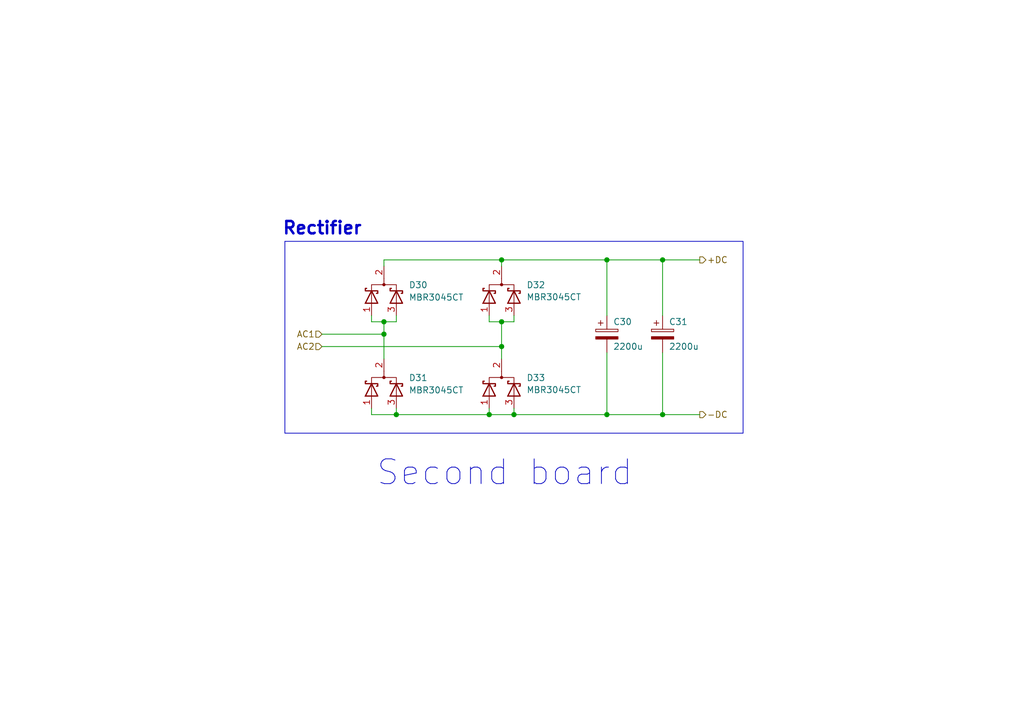
<source format=kicad_sch>
(kicad_sch (version 20231120) (generator "eeschema") (generator_version "8.0")
  (paper "A5")
  (title_block (title "DW3005T-power-board") (date "2024-02-26") (rev "1.0.0") (company "Dominik Workshop"))
  (lib_symbols
    (symbol "D_Schottky_Dual_CommonCathode_AAK_Parallel_1" (pin_names (offset 0.762) hide)
      (property "Reference" "D30" (at 1.2065 -5.08 90))
      (property "Value" "MBR3045CT" (at -1.3335 -5.08 90))
      (symbol "D_Schottky_Dual_CommonCathode_AAK_Parallel_1_0_1"
        (polyline (pts (xy 1.27 0) (xy 2.54 0)))
        (polyline (pts (xy -2.54 -2.54) (xy 1.27 -2.54) (xy 1.27 2.54) (xy -2.54 2.54)))
        (polyline (pts (xy -2.54 -1.27) (xy 0 -2.54) (xy -2.54 -3.81) (xy -2.54 -1.27) (xy -2.54 -1.27) (xy -2.54 -1.27)) (stroke (width 0.254)))
        (polyline (pts (xy -2.54 3.81) (xy 0 2.54) (xy -2.54 1.27) (xy -2.54 3.81) (xy -2.54 3.81) (xy -2.54 3.81)) (stroke (width 0.254)))
        (polyline (pts (xy 0.508 -1.524) (xy 0.508 -1.27) (xy 0 -1.27) (xy 0 -3.81) (xy -0.508 -3.81) (xy -0.508 -3.556)) (stroke (width 0.254)))
        (polyline (pts (xy 0.508 3.556) (xy 0.508 3.81) (xy 0 3.81) (xy 0 1.27) (xy -0.508 1.27) (xy -0.508 1.524)) (stroke (width 0.254)))
        (circle (center 1.27 0) (radius 0.254) (fill (type outline)))
        (pin passive line (at -5.08 2.54 0) (length 2.54) (name "K") (number "1"))
      )
      (symbol "D_Schottky_Dual_CommonCathode_AAK_Parallel_1_1_1"
        (pin passive line (at 5.08 0 180) (length 2.54) (name "A") (number "2"))
        (pin passive line (at -5.08 -2.54 0) (length 2.54) (name "K") (number "3"))
      )
    )
    (symbol "D_Schottky_Dual_CommonCathode_AAK_Parallel_2" (pin_names (offset 0.762) hide)
      (property "Reference" "D32" (at 1.2065 -5.08 90))
      (property "Value" "MBR3045CT" (at -1.27 -5.08 90))
      (symbol "D_Schottky_Dual_CommonCathode_AAK_Parallel_2_0_1"
        (polyline (pts (xy 1.27 0) (xy 2.54 0)))
        (polyline (pts (xy -2.54 -2.54) (xy 1.27 -2.54) (xy 1.27 2.54) (xy -2.54 2.54)))
        (polyline (pts (xy -2.54 -1.27) (xy 0 -2.54) (xy -2.54 -3.81) (xy -2.54 -1.27) (xy -2.54 -1.27) (xy -2.54 -1.27)) (stroke (width 0.254)))
        (polyline (pts (xy -2.54 3.81) (xy 0 2.54) (xy -2.54 1.27) (xy -2.54 3.81) (xy -2.54 3.81) (xy -2.54 3.81)) (stroke (width 0.254)))
        (polyline (pts (xy 0.508 -1.524) (xy 0.508 -1.27) (xy 0 -1.27) (xy 0 -3.81) (xy -0.508 -3.81) (xy -0.508 -3.556)) (stroke (width 0.254)))
        (polyline (pts (xy 0.508 3.556) (xy 0.508 3.81) (xy 0 3.81) (xy 0 1.27) (xy -0.508 1.27) (xy -0.508 1.524)) (stroke (width 0.254)))
        (circle (center 1.27 0) (radius 0.254) (fill (type outline)))
        (pin passive line (at -5.08 2.54 0) (length 2.54) (name "K") (number "1"))
      )
      (symbol "D_Schottky_Dual_CommonCathode_AAK_Parallel_2_1_1"
        (pin passive line (at 5.08 0 180) (length 2.54) (name "A") (number "2"))
        (pin passive line (at -5.08 -2.54 0) (length 2.54) (name "K") (number "3"))
      )
    )
    (symbol "D_Schottky_Dual_CommonCathode_AAK_Parallel_3" (pin_names (offset 0.762) hide)
      (property "Reference" "D31" (at 1.2065 -5.08 90))
      (property "Value" "MBR3045CT" (at -1.3335 -5.08 90))
      (symbol "D_Schottky_Dual_CommonCathode_AAK_Parallel_3_0_1"
        (polyline (pts (xy 1.27 0) (xy 2.54 0)))
        (polyline (pts (xy -2.54 -2.54) (xy 1.27 -2.54) (xy 1.27 2.54) (xy -2.54 2.54)))
        (polyline (pts (xy -2.54 -1.27) (xy 0 -2.54) (xy -2.54 -3.81) (xy -2.54 -1.27) (xy -2.54 -1.27) (xy -2.54 -1.27)) (stroke (width 0.254)))
        (polyline (pts (xy -2.54 3.81) (xy 0 2.54) (xy -2.54 1.27) (xy -2.54 3.81) (xy -2.54 3.81) (xy -2.54 3.81)) (stroke (width 0.254)))
        (polyline (pts (xy 0.508 -1.524) (xy 0.508 -1.27) (xy 0 -1.27) (xy 0 -3.81) (xy -0.508 -3.81) (xy -0.508 -3.556)) (stroke (width 0.254)))
        (polyline (pts (xy 0.508 3.556) (xy 0.508 3.81) (xy 0 3.81) (xy 0 1.27) (xy -0.508 1.27) (xy -0.508 1.524)) (stroke (width 0.254)))
        (circle (center 1.27 0) (radius 0.254) (fill (type outline)))
        (pin passive line (at -5.08 2.54 0) (length 2.54) (name "K") (number "1"))
      )
      (symbol "D_Schottky_Dual_CommonCathode_AAK_Parallel_3_1_1"
        (pin passive line (at 5.08 0 180) (length 2.54) (name "A") (number "2"))
        (pin passive line (at -5.08 -2.54 0) (length 2.54) (name "K") (number "3"))
      )
    )
    (symbol "Device:C_Polarized" (pin_numbers hide) (pin_names (offset 0.254))
      (property "Reference" "C" (at 0.635 2.54 0))
      (property "Value" "C_Polarized" (at 0.635 -2.54 0))
      (symbol "C_Polarized_0_1"
        (rectangle (start -2.286 0.508) (end 2.286 1.016))
        (polyline (pts (xy -1.778 2.286) (xy -0.762 2.286)))
        (polyline (pts (xy -1.27 2.794) (xy -1.27 1.778)))
        (rectangle (start 2.286 -0.508) (end -2.286 -1.016) (fill (type outline)))
      )
      (symbol "C_Polarized_1_1"
        (pin passive line (at 0 3.81 270) (length 2.794) (name "~") (number "1"))
        (pin passive line (at 0 -3.81 90) (length 2.794) (name "~") (number "2"))
      )
    )
    (symbol "Device:D_Schottky_Dual_CommonCathode_AAK_Parallel" (pin_names (offset 0.762) hide)
      (property "Reference" "D33" (at 1.2065 -5.08 90))
      (property "Value" "MBR3045CT" (at -1.27 -5.08 90))
      (symbol "D_Schottky_Dual_CommonCathode_AAK_Parallel_0_1"
        (polyline (pts (xy 1.27 0) (xy 2.54 0)))
        (polyline (pts (xy -2.54 -2.54) (xy 1.27 -2.54) (xy 1.27 2.54) (xy -2.54 2.54)))
        (polyline (pts (xy -2.54 -1.27) (xy 0 -2.54) (xy -2.54 -3.81) (xy -2.54 -1.27) (xy -2.54 -1.27) (xy -2.54 -1.27)) (stroke (width 0.254)))
        (polyline (pts (xy -2.54 3.81) (xy 0 2.54) (xy -2.54 1.27) (xy -2.54 3.81) (xy -2.54 3.81) (xy -2.54 3.81)) (stroke (width 0.254)))
        (polyline (pts (xy 0.508 -1.524) (xy 0.508 -1.27) (xy 0 -1.27) (xy 0 -3.81) (xy -0.508 -3.81) (xy -0.508 -3.556)) (stroke (width 0.254)))
        (polyline (pts (xy 0.508 3.556) (xy 0.508 3.81) (xy 0 3.81) (xy 0 1.27) (xy -0.508 1.27) (xy -0.508 1.524)) (stroke (width 0.254)))
        (circle (center 1.27 0) (radius 0.254) (fill (type outline)))
        (pin passive line (at -5.08 2.54 0) (length 2.54) (name "K") (number "1"))
      )
      (symbol "D_Schottky_Dual_CommonCathode_AAK_Parallel_1_1"
        (pin passive line (at 5.08 0 180) (length 2.54) (name "A") (number "2"))
        (pin passive line (at -5.08 -2.54 0) (length 2.54) (name "K") (number "3"))
      )
    )
  )
  (junction (at 105.41 85.09))
  (junction (at 135.89 85.09))
  (junction (at 135.89 53.34))
  (junction (at 100.33 85.09))
  (junction (at 124.46 85.09))
  (junction (at 78.74 68.58))
  (junction (at 102.87 66.04))
  (junction (at 102.87 71.12))
  (junction (at 102.87 53.34))
  (junction (at 78.74 66.04))
  (junction (at 124.46 53.34))
  (junction (at 81.28 85.09))
  (wire (pts (xy 135.89 53.34) (xy 143.51 53.34)))
  (wire (pts (xy 100.33 83.82) (xy 100.33 85.09)))
  (wire (pts (xy 102.87 66.04) (xy 102.87 71.12)))
  (wire (pts (xy 124.46 53.34) (xy 135.89 53.34)))
  (wire (pts (xy 76.2 66.04) (xy 78.74 66.04)))
  (wire (pts (xy 100.33 66.04) (xy 102.87 66.04)))
  (wire (pts (xy 66.04 68.58) (xy 78.74 68.58)))
  (wire (pts (xy 76.2 85.09) (xy 81.28 85.09)))
  (wire (pts (xy 100.33 85.09) (xy 105.41 85.09)))
  (wire (pts (xy 105.41 64.77) (xy 105.41 66.04)))
  (wire (pts (xy 78.74 66.04) (xy 78.74 68.58)))
  (wire (pts (xy 124.46 85.09) (xy 124.46 72.39)))
  (wire (pts (xy 76.2 83.82) (xy 76.2 85.09)))
  (wire (pts (xy 105.41 83.82) (xy 105.41 85.09)))
  (wire (pts (xy 76.2 64.77) (xy 76.2 66.04)))
  (wire (pts (xy 78.74 53.34) (xy 102.87 53.34)))
  (wire (pts (xy 135.89 85.09) (xy 143.51 85.09)))
  (wire (pts (xy 100.33 64.77) (xy 100.33 66.04)))
  (wire (pts (xy 78.74 54.61) (xy 78.74 53.34)))
  (wire (pts (xy 102.87 53.34) (xy 102.87 54.61)))
  (wire (pts (xy 81.28 64.77) (xy 81.28 66.04)))
  (wire (pts (xy 102.87 53.34) (xy 124.46 53.34)))
  (wire (pts (xy 78.74 66.04) (xy 81.28 66.04)))
  (wire (pts (xy 78.74 68.58) (xy 78.74 73.66)))
  (wire (pts (xy 102.87 71.12) (xy 102.87 73.66)))
  (wire (pts (xy 135.89 85.09) (xy 135.89 72.39)))
  (wire (pts (xy 124.46 85.09) (xy 135.89 85.09)))
  (wire (pts (xy 66.04 71.12) (xy 102.87 71.12)))
  (wire (pts (xy 81.28 83.82) (xy 81.28 85.09)))
  (wire (pts (xy 102.87 66.04) (xy 105.41 66.04)))
  (wire (pts (xy 100.33 85.09) (xy 81.28 85.09)))
  (wire (pts (xy 124.46 85.09) (xy 105.41 85.09)))
  (wire (pts (xy 124.46 53.34) (xy 124.46 64.77)))
  (wire (pts (xy 135.89 53.34) (xy 135.89 64.77)))
  (rectangle (start 58.42 49.53) (end 152.4 88.9))
  (text "Rectifier" (at 57.785 46.99 0) (effects (font (size 2.54 2.54) (thickness 0.508) (bold yes)) (justify left)))
  (text "Second board\n" (at 103.505 97.155 0) (effects (font (size 5.08 5.08))))
  (hierarchical_label "-DC" (shape output) (at 143.51 85.09 0))
  (hierarchical_label "AC1" (shape input) (at 66.04 68.58 180))
  (hierarchical_label "+DC" (shape output) (at 143.51 53.34 0))
  (hierarchical_label "AC2" (shape input) (at 66.04 71.12 180))
  (symbol (lib_id "Device:C_Polarized") (at 124.46 68.58 0) (unit 1)
    (property "Reference" "C30" (at 125.73 66.04 0) (effects (justify left)))
    (property "Value" "2200u" (at 125.73 71.12 0) (effects (justify left)))
    (property "Footprint" "Capacitor_THT:CP_Radial_D22.0mm_P10.00mm_SnapIn" (effects (hide yes)))
  )
  (symbol (lib_id "Device:D_Schottky_Dual_CommonCathode_AAK_Parallel") (at 102.87 78.74 90) (unit 1)
    (property "Reference" "D33" (at 107.95 77.5335 90) (effects (justify right)))
    (property "Value" "MBR3045CT" (at 107.95 80.01 90) (effects (justify right)))
    (property "Footprint" "Package_TO_SOT_THT:TO-220-3_Horizontal_TabUp" (effects (hide yes)))
    (property "V_R" "45V" (effects (hide yes)))
    (property "I_F(AV)" "2x15A" (effects (hide yes)))
  )
  (symbol (lib_id "Device:C_Polarized") (at 135.89 68.58 0) (unit 1)
    (property "Reference" "C31" (at 137.16 66.04 0) (effects (justify left)))
    (property "Value" "2200u" (at 137.16 71.12 0) (effects (justify left)))
    (property "Footprint" "Capacitor_THT:CP_Radial_D22.0mm_P10.00mm_SnapIn" (effects (hide yes)))
  )
  (symbol (lib_name "D_Schottky_Dual_CommonCathode_AAK_Parallel_2") (lib_id "Device:D_Schottky_Dual_CommonCathode_AAK_Parallel") (at 102.87 59.69 90) (unit 1)
    (property "Reference" "D32" (at 107.95 58.4835 90) (effects (justify right)))
    (property "Value" "MBR3045CT" (at 107.95 60.96 90) (effects (justify right)))
    (property "Footprint" "Package_TO_SOT_THT:TO-220-3_Horizontal_TabUp" (effects (hide yes)))
    (property "V_R" "45V" (effects (hide yes)))
    (property "I_F(AV)" "2x15A" (effects (hide yes)))
  )
  (symbol (lib_name "D_Schottky_Dual_CommonCathode_AAK_Parallel_3") (lib_id "Device:D_Schottky_Dual_CommonCathode_AAK_Parallel") (at 78.74 78.74 90) (unit 1)
    (property "Reference" "D31" (at 83.82 77.5335 90) (effects (justify right)))
    (property "Value" "MBR3045CT" (at 83.82 80.0735 90) (effects (justify right)))
    (property "Footprint" "Package_TO_SOT_THT:TO-220-3_Horizontal_TabUp" (effects (hide yes)))
    (property "V_R" "45V" (effects (hide yes)))
    (property "I_F(AV)" "2x15A" (effects (hide yes)))
  )
  (symbol (lib_name "D_Schottky_Dual_CommonCathode_AAK_Parallel_1") (lib_id "Device:D_Schottky_Dual_CommonCathode_AAK_Parallel") (at 78.74 59.69 90) (unit 1)
    (property "Reference" "D30" (at 83.82 58.4835 90) (effects (justify right)))
    (property "Value" "MBR3045CT" (at 83.82 61.0235 90) (effects (justify right)))
    (property "Footprint" "Package_TO_SOT_THT:TO-220-3_Horizontal_TabUp" (effects (hide yes)))
    (property "V_R" "45V" (effects (hide yes)))
    (property "I_F(AV)" "2x15A" (effects (hide yes)))
  )
)
</source>
